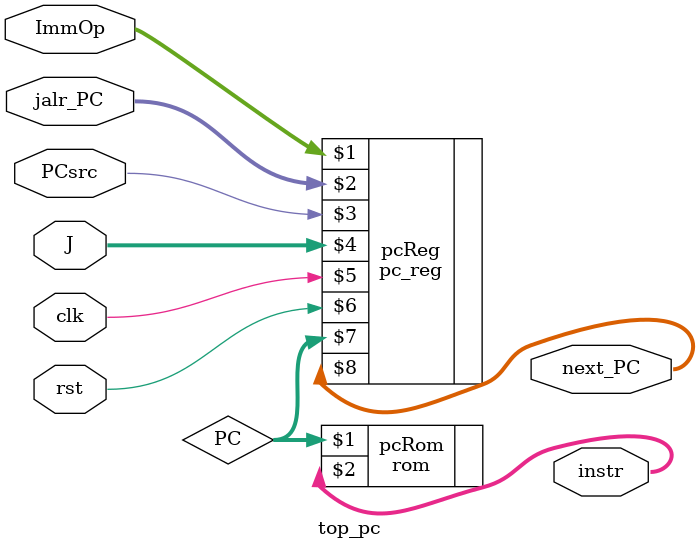
<source format=sv>
module top_pc #(
        parameter ADDRESS_WIDTH = 32,
    DATA_WIDTH = 32
)(
  input logic [ADDRESS_WIDTH-1:0] ImmOp,
  input logic [ADDRESS_WIDTH-1:0] jalr_PC,
  input logic                     PCsrc,
  input logic [1:0]               J,
  input logic                     clk,
  input logic                     rst,
  output logic [DATA_WIDTH-1:0]   instr,
  output logic [ADDRESS_WIDTH-1:0] next_PC
);

  logic [ADDRESS_WIDTH-1:0] PC;

pc_reg pcReg(ImmOp, jalr_PC, PCsrc, J, clk, rst, PC, next_PC);

rom pcRom(PC, instr);

endmodule

</source>
